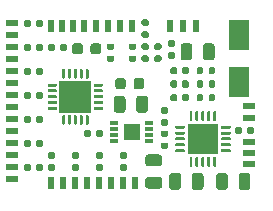
<source format=gts>
G04 #@! TF.GenerationSoftware,KiCad,Pcbnew,(5.1.9)-1*
G04 #@! TF.CreationDate,2022-12-30T13:41:52+01:00*
G04 #@! TF.ProjectId,FallerCarSystem_v2,46616c6c-6572-4436-9172-53797374656d,rev?*
G04 #@! TF.SameCoordinates,Original*
G04 #@! TF.FileFunction,Soldermask,Top*
G04 #@! TF.FilePolarity,Negative*
%FSLAX46Y46*%
G04 Gerber Fmt 4.6, Leading zero omitted, Abs format (unit mm)*
G04 Created by KiCad (PCBNEW (5.1.9)-1) date 2022-12-30 13:41:52*
%MOMM*%
%LPD*%
G01*
G04 APERTURE LIST*
%ADD10R,2.500000X2.500000*%
%ADD11R,1.360000X1.460000*%
%ADD12R,0.750000X0.300000*%
%ADD13R,0.500000X1.000000*%
%ADD14R,1.000000X0.500000*%
%ADD15R,1.800000X2.500000*%
%ADD16R,2.700000X2.700000*%
G04 APERTURE END LIST*
D10*
X157470000Y-65542000D03*
G36*
G01*
X158595000Y-67129500D02*
X158595000Y-67829500D01*
G75*
G02*
X158532500Y-67892000I-62500J0D01*
G01*
X158407500Y-67892000D01*
G75*
G02*
X158345000Y-67829500I0J62500D01*
G01*
X158345000Y-67129500D01*
G75*
G02*
X158407500Y-67067000I62500J0D01*
G01*
X158532500Y-67067000D01*
G75*
G02*
X158595000Y-67129500I0J-62500D01*
G01*
G37*
G36*
G01*
X158095000Y-67129500D02*
X158095000Y-67829500D01*
G75*
G02*
X158032500Y-67892000I-62500J0D01*
G01*
X157907500Y-67892000D01*
G75*
G02*
X157845000Y-67829500I0J62500D01*
G01*
X157845000Y-67129500D01*
G75*
G02*
X157907500Y-67067000I62500J0D01*
G01*
X158032500Y-67067000D01*
G75*
G02*
X158095000Y-67129500I0J-62500D01*
G01*
G37*
G36*
G01*
X157595000Y-67129500D02*
X157595000Y-67829500D01*
G75*
G02*
X157532500Y-67892000I-62500J0D01*
G01*
X157407500Y-67892000D01*
G75*
G02*
X157345000Y-67829500I0J62500D01*
G01*
X157345000Y-67129500D01*
G75*
G02*
X157407500Y-67067000I62500J0D01*
G01*
X157532500Y-67067000D01*
G75*
G02*
X157595000Y-67129500I0J-62500D01*
G01*
G37*
G36*
G01*
X157095000Y-67129500D02*
X157095000Y-67829500D01*
G75*
G02*
X157032500Y-67892000I-62500J0D01*
G01*
X156907500Y-67892000D01*
G75*
G02*
X156845000Y-67829500I0J62500D01*
G01*
X156845000Y-67129500D01*
G75*
G02*
X156907500Y-67067000I62500J0D01*
G01*
X157032500Y-67067000D01*
G75*
G02*
X157095000Y-67129500I0J-62500D01*
G01*
G37*
G36*
G01*
X156595000Y-67129500D02*
X156595000Y-67829500D01*
G75*
G02*
X156532500Y-67892000I-62500J0D01*
G01*
X156407500Y-67892000D01*
G75*
G02*
X156345000Y-67829500I0J62500D01*
G01*
X156345000Y-67129500D01*
G75*
G02*
X156407500Y-67067000I62500J0D01*
G01*
X156532500Y-67067000D01*
G75*
G02*
X156595000Y-67129500I0J-62500D01*
G01*
G37*
G36*
G01*
X155945000Y-66479500D02*
X155945000Y-66604500D01*
G75*
G02*
X155882500Y-66667000I-62500J0D01*
G01*
X155182500Y-66667000D01*
G75*
G02*
X155120000Y-66604500I0J62500D01*
G01*
X155120000Y-66479500D01*
G75*
G02*
X155182500Y-66417000I62500J0D01*
G01*
X155882500Y-66417000D01*
G75*
G02*
X155945000Y-66479500I0J-62500D01*
G01*
G37*
G36*
G01*
X155945000Y-65979500D02*
X155945000Y-66104500D01*
G75*
G02*
X155882500Y-66167000I-62500J0D01*
G01*
X155182500Y-66167000D01*
G75*
G02*
X155120000Y-66104500I0J62500D01*
G01*
X155120000Y-65979500D01*
G75*
G02*
X155182500Y-65917000I62500J0D01*
G01*
X155882500Y-65917000D01*
G75*
G02*
X155945000Y-65979500I0J-62500D01*
G01*
G37*
G36*
G01*
X155945000Y-65479500D02*
X155945000Y-65604500D01*
G75*
G02*
X155882500Y-65667000I-62500J0D01*
G01*
X155182500Y-65667000D01*
G75*
G02*
X155120000Y-65604500I0J62500D01*
G01*
X155120000Y-65479500D01*
G75*
G02*
X155182500Y-65417000I62500J0D01*
G01*
X155882500Y-65417000D01*
G75*
G02*
X155945000Y-65479500I0J-62500D01*
G01*
G37*
G36*
G01*
X155945000Y-64979500D02*
X155945000Y-65104500D01*
G75*
G02*
X155882500Y-65167000I-62500J0D01*
G01*
X155182500Y-65167000D01*
G75*
G02*
X155120000Y-65104500I0J62500D01*
G01*
X155120000Y-64979500D01*
G75*
G02*
X155182500Y-64917000I62500J0D01*
G01*
X155882500Y-64917000D01*
G75*
G02*
X155945000Y-64979500I0J-62500D01*
G01*
G37*
G36*
G01*
X155945000Y-64479500D02*
X155945000Y-64604500D01*
G75*
G02*
X155882500Y-64667000I-62500J0D01*
G01*
X155182500Y-64667000D01*
G75*
G02*
X155120000Y-64604500I0J62500D01*
G01*
X155120000Y-64479500D01*
G75*
G02*
X155182500Y-64417000I62500J0D01*
G01*
X155882500Y-64417000D01*
G75*
G02*
X155945000Y-64479500I0J-62500D01*
G01*
G37*
G36*
G01*
X156595000Y-63254500D02*
X156595000Y-63954500D01*
G75*
G02*
X156532500Y-64017000I-62500J0D01*
G01*
X156407500Y-64017000D01*
G75*
G02*
X156345000Y-63954500I0J62500D01*
G01*
X156345000Y-63254500D01*
G75*
G02*
X156407500Y-63192000I62500J0D01*
G01*
X156532500Y-63192000D01*
G75*
G02*
X156595000Y-63254500I0J-62500D01*
G01*
G37*
G36*
G01*
X157095000Y-63254500D02*
X157095000Y-63954500D01*
G75*
G02*
X157032500Y-64017000I-62500J0D01*
G01*
X156907500Y-64017000D01*
G75*
G02*
X156845000Y-63954500I0J62500D01*
G01*
X156845000Y-63254500D01*
G75*
G02*
X156907500Y-63192000I62500J0D01*
G01*
X157032500Y-63192000D01*
G75*
G02*
X157095000Y-63254500I0J-62500D01*
G01*
G37*
G36*
G01*
X157595000Y-63254500D02*
X157595000Y-63954500D01*
G75*
G02*
X157532500Y-64017000I-62500J0D01*
G01*
X157407500Y-64017000D01*
G75*
G02*
X157345000Y-63954500I0J62500D01*
G01*
X157345000Y-63254500D01*
G75*
G02*
X157407500Y-63192000I62500J0D01*
G01*
X157532500Y-63192000D01*
G75*
G02*
X157595000Y-63254500I0J-62500D01*
G01*
G37*
G36*
G01*
X158095000Y-63254500D02*
X158095000Y-63954500D01*
G75*
G02*
X158032500Y-64017000I-62500J0D01*
G01*
X157907500Y-64017000D01*
G75*
G02*
X157845000Y-63954500I0J62500D01*
G01*
X157845000Y-63254500D01*
G75*
G02*
X157907500Y-63192000I62500J0D01*
G01*
X158032500Y-63192000D01*
G75*
G02*
X158095000Y-63254500I0J-62500D01*
G01*
G37*
G36*
G01*
X158595000Y-63254500D02*
X158595000Y-63954500D01*
G75*
G02*
X158532500Y-64017000I-62500J0D01*
G01*
X158407500Y-64017000D01*
G75*
G02*
X158345000Y-63954500I0J62500D01*
G01*
X158345000Y-63254500D01*
G75*
G02*
X158407500Y-63192000I62500J0D01*
G01*
X158532500Y-63192000D01*
G75*
G02*
X158595000Y-63254500I0J-62500D01*
G01*
G37*
G36*
G01*
X159820000Y-64479500D02*
X159820000Y-64604500D01*
G75*
G02*
X159757500Y-64667000I-62500J0D01*
G01*
X159057500Y-64667000D01*
G75*
G02*
X158995000Y-64604500I0J62500D01*
G01*
X158995000Y-64479500D01*
G75*
G02*
X159057500Y-64417000I62500J0D01*
G01*
X159757500Y-64417000D01*
G75*
G02*
X159820000Y-64479500I0J-62500D01*
G01*
G37*
G36*
G01*
X159820000Y-64979500D02*
X159820000Y-65104500D01*
G75*
G02*
X159757500Y-65167000I-62500J0D01*
G01*
X159057500Y-65167000D01*
G75*
G02*
X158995000Y-65104500I0J62500D01*
G01*
X158995000Y-64979500D01*
G75*
G02*
X159057500Y-64917000I62500J0D01*
G01*
X159757500Y-64917000D01*
G75*
G02*
X159820000Y-64979500I0J-62500D01*
G01*
G37*
G36*
G01*
X159820000Y-65479500D02*
X159820000Y-65604500D01*
G75*
G02*
X159757500Y-65667000I-62500J0D01*
G01*
X159057500Y-65667000D01*
G75*
G02*
X158995000Y-65604500I0J62500D01*
G01*
X158995000Y-65479500D01*
G75*
G02*
X159057500Y-65417000I62500J0D01*
G01*
X159757500Y-65417000D01*
G75*
G02*
X159820000Y-65479500I0J-62500D01*
G01*
G37*
G36*
G01*
X159820000Y-65979500D02*
X159820000Y-66104500D01*
G75*
G02*
X159757500Y-66167000I-62500J0D01*
G01*
X159057500Y-66167000D01*
G75*
G02*
X158995000Y-66104500I0J62500D01*
G01*
X158995000Y-65979500D01*
G75*
G02*
X159057500Y-65917000I62500J0D01*
G01*
X159757500Y-65917000D01*
G75*
G02*
X159820000Y-65979500I0J-62500D01*
G01*
G37*
G36*
G01*
X159820000Y-66479500D02*
X159820000Y-66604500D01*
G75*
G02*
X159757500Y-66667000I-62500J0D01*
G01*
X159057500Y-66667000D01*
G75*
G02*
X158995000Y-66604500I0J62500D01*
G01*
X158995000Y-66479500D01*
G75*
G02*
X159057500Y-66417000I62500J0D01*
G01*
X159757500Y-66417000D01*
G75*
G02*
X159820000Y-66479500I0J-62500D01*
G01*
G37*
D11*
X151434800Y-64922400D03*
D12*
X152934800Y-64172400D03*
X152934800Y-64672400D03*
X152934800Y-65172400D03*
X152934800Y-65672400D03*
X149934800Y-65672400D03*
X149934800Y-65172400D03*
X149934800Y-64672400D03*
X149934800Y-64172400D03*
D13*
X151511000Y-55943500D03*
X149479000Y-55943500D03*
X150495000Y-55943500D03*
X144589500Y-55943500D03*
X145542000Y-55943500D03*
X146494500Y-55943500D03*
X147447000Y-55943500D03*
X148399500Y-55943500D03*
X155803600Y-55943500D03*
X156895800Y-55943500D03*
D14*
X161417000Y-67665600D03*
D13*
X154711400Y-55943500D03*
X151765000Y-69240400D03*
X150749000Y-69240400D03*
D14*
X161417000Y-63754000D03*
X161417000Y-62738000D03*
X161417000Y-66751200D03*
X161417000Y-65836800D03*
X141351000Y-59817000D03*
X141351000Y-60833000D03*
X141351000Y-61849000D03*
X141351000Y-62865000D03*
X141351000Y-63881000D03*
X141351000Y-64897000D03*
X141351000Y-65913000D03*
X141351000Y-66929000D03*
X141351000Y-67945000D03*
X141351000Y-68961000D03*
D13*
X144653000Y-69240400D03*
X145669000Y-69240400D03*
D14*
X141351000Y-57785000D03*
X141351000Y-58801000D03*
X141351000Y-55753000D03*
X141351000Y-56769000D03*
D13*
X148717000Y-69240400D03*
X149733000Y-69240400D03*
X146685000Y-69240400D03*
X147701000Y-69240400D03*
G36*
G01*
X154413800Y-65368200D02*
X154043800Y-65368200D01*
G75*
G02*
X153908800Y-65233200I0J135000D01*
G01*
X153908800Y-64963200D01*
G75*
G02*
X154043800Y-64828200I135000J0D01*
G01*
X154413800Y-64828200D01*
G75*
G02*
X154548800Y-64963200I0J-135000D01*
G01*
X154548800Y-65233200D01*
G75*
G02*
X154413800Y-65368200I-135000J0D01*
G01*
G37*
G36*
G01*
X154413800Y-66388200D02*
X154043800Y-66388200D01*
G75*
G02*
X153908800Y-66253200I0J135000D01*
G01*
X153908800Y-65983200D01*
G75*
G02*
X154043800Y-65848200I135000J0D01*
G01*
X154413800Y-65848200D01*
G75*
G02*
X154548800Y-65983200I0J-135000D01*
G01*
X154548800Y-66253200D01*
G75*
G02*
X154413800Y-66388200I-135000J0D01*
G01*
G37*
G36*
G01*
X154043800Y-63892400D02*
X154413800Y-63892400D01*
G75*
G02*
X154548800Y-64027400I0J-135000D01*
G01*
X154548800Y-64297400D01*
G75*
G02*
X154413800Y-64432400I-135000J0D01*
G01*
X154043800Y-64432400D01*
G75*
G02*
X153908800Y-64297400I0J135000D01*
G01*
X153908800Y-64027400D01*
G75*
G02*
X154043800Y-63892400I135000J0D01*
G01*
G37*
G36*
G01*
X154043800Y-62872400D02*
X154413800Y-62872400D01*
G75*
G02*
X154548800Y-63007400I0J-135000D01*
G01*
X154548800Y-63277400D01*
G75*
G02*
X154413800Y-63412400I-135000J0D01*
G01*
X154043800Y-63412400D01*
G75*
G02*
X153908800Y-63277400I0J135000D01*
G01*
X153908800Y-63007400D01*
G75*
G02*
X154043800Y-62872400I135000J0D01*
G01*
G37*
G36*
G01*
X150934000Y-62136000D02*
X150934000Y-63086000D01*
G75*
G02*
X150684000Y-63336000I-250000J0D01*
G01*
X150184000Y-63336000D01*
G75*
G02*
X149934000Y-63086000I0J250000D01*
G01*
X149934000Y-62136000D01*
G75*
G02*
X150184000Y-61886000I250000J0D01*
G01*
X150684000Y-61886000D01*
G75*
G02*
X150934000Y-62136000I0J-250000D01*
G01*
G37*
G36*
G01*
X152834000Y-62136000D02*
X152834000Y-63086000D01*
G75*
G02*
X152584000Y-63336000I-250000J0D01*
G01*
X152084000Y-63336000D01*
G75*
G02*
X151834000Y-63086000I0J250000D01*
G01*
X151834000Y-62136000D01*
G75*
G02*
X152084000Y-61886000I250000J0D01*
G01*
X152584000Y-61886000D01*
G75*
G02*
X152834000Y-62136000I0J-250000D01*
G01*
G37*
G36*
G01*
X155633000Y-68663800D02*
X155633000Y-69613800D01*
G75*
G02*
X155383000Y-69863800I-250000J0D01*
G01*
X154883000Y-69863800D01*
G75*
G02*
X154633000Y-69613800I0J250000D01*
G01*
X154633000Y-68663800D01*
G75*
G02*
X154883000Y-68413800I250000J0D01*
G01*
X155383000Y-68413800D01*
G75*
G02*
X155633000Y-68663800I0J-250000D01*
G01*
G37*
G36*
G01*
X157533000Y-68663800D02*
X157533000Y-69613800D01*
G75*
G02*
X157283000Y-69863800I-250000J0D01*
G01*
X156783000Y-69863800D01*
G75*
G02*
X156533000Y-69613800I0J250000D01*
G01*
X156533000Y-68663800D01*
G75*
G02*
X156783000Y-68413800I250000J0D01*
G01*
X157283000Y-68413800D01*
G75*
G02*
X157533000Y-68663800I0J-250000D01*
G01*
G37*
G36*
G01*
X157485500Y-58641000D02*
X157485500Y-57691000D01*
G75*
G02*
X157735500Y-57441000I250000J0D01*
G01*
X158235500Y-57441000D01*
G75*
G02*
X158485500Y-57691000I0J-250000D01*
G01*
X158485500Y-58641000D01*
G75*
G02*
X158235500Y-58891000I-250000J0D01*
G01*
X157735500Y-58891000D01*
G75*
G02*
X157485500Y-58641000I0J250000D01*
G01*
G37*
G36*
G01*
X155585500Y-58641000D02*
X155585500Y-57691000D01*
G75*
G02*
X155835500Y-57441000I250000J0D01*
G01*
X156335500Y-57441000D01*
G75*
G02*
X156585500Y-57691000I0J-250000D01*
G01*
X156585500Y-58641000D01*
G75*
G02*
X156335500Y-58891000I-250000J0D01*
G01*
X155835500Y-58891000D01*
G75*
G02*
X155585500Y-58641000I0J250000D01*
G01*
G37*
G36*
G01*
X153789400Y-67850600D02*
X152839400Y-67850600D01*
G75*
G02*
X152589400Y-67600600I0J250000D01*
G01*
X152589400Y-67100600D01*
G75*
G02*
X152839400Y-66850600I250000J0D01*
G01*
X153789400Y-66850600D01*
G75*
G02*
X154039400Y-67100600I0J-250000D01*
G01*
X154039400Y-67600600D01*
G75*
G02*
X153789400Y-67850600I-250000J0D01*
G01*
G37*
G36*
G01*
X153789400Y-69750600D02*
X152839400Y-69750600D01*
G75*
G02*
X152589400Y-69500600I0J250000D01*
G01*
X152589400Y-69000600D01*
G75*
G02*
X152839400Y-68750600I250000J0D01*
G01*
X153789400Y-68750600D01*
G75*
G02*
X154039400Y-69000600I0J-250000D01*
G01*
X154039400Y-69500600D01*
G75*
G02*
X153789400Y-69750600I-250000J0D01*
G01*
G37*
D15*
X160528000Y-56706000D03*
X160528000Y-60706000D03*
G36*
G01*
X155321500Y-59581000D02*
X155321500Y-59926000D01*
G75*
G02*
X155174000Y-60073500I-147500J0D01*
G01*
X154879000Y-60073500D01*
G75*
G02*
X154731500Y-59926000I0J147500D01*
G01*
X154731500Y-59581000D01*
G75*
G02*
X154879000Y-59433500I147500J0D01*
G01*
X155174000Y-59433500D01*
G75*
G02*
X155321500Y-59581000I0J-147500D01*
G01*
G37*
G36*
G01*
X156291500Y-59581000D02*
X156291500Y-59926000D01*
G75*
G02*
X156144000Y-60073500I-147500J0D01*
G01*
X155849000Y-60073500D01*
G75*
G02*
X155701500Y-59926000I0J147500D01*
G01*
X155701500Y-59581000D01*
G75*
G02*
X155849000Y-59433500I147500J0D01*
G01*
X156144000Y-59433500D01*
G75*
G02*
X156291500Y-59581000I0J-147500D01*
G01*
G37*
G36*
G01*
X155321500Y-61867000D02*
X155321500Y-62212000D01*
G75*
G02*
X155174000Y-62359500I-147500J0D01*
G01*
X154879000Y-62359500D01*
G75*
G02*
X154731500Y-62212000I0J147500D01*
G01*
X154731500Y-61867000D01*
G75*
G02*
X154879000Y-61719500I147500J0D01*
G01*
X155174000Y-61719500D01*
G75*
G02*
X155321500Y-61867000I0J-147500D01*
G01*
G37*
G36*
G01*
X156291500Y-61867000D02*
X156291500Y-62212000D01*
G75*
G02*
X156144000Y-62359500I-147500J0D01*
G01*
X155849000Y-62359500D01*
G75*
G02*
X155701500Y-62212000I0J147500D01*
G01*
X155701500Y-61867000D01*
G75*
G02*
X155849000Y-61719500I147500J0D01*
G01*
X156144000Y-61719500D01*
G75*
G02*
X156291500Y-61867000I0J-147500D01*
G01*
G37*
G36*
G01*
X155321500Y-60724000D02*
X155321500Y-61069000D01*
G75*
G02*
X155174000Y-61216500I-147500J0D01*
G01*
X154879000Y-61216500D01*
G75*
G02*
X154731500Y-61069000I0J147500D01*
G01*
X154731500Y-60724000D01*
G75*
G02*
X154879000Y-60576500I147500J0D01*
G01*
X155174000Y-60576500D01*
G75*
G02*
X155321500Y-60724000I0J-147500D01*
G01*
G37*
G36*
G01*
X156291500Y-60724000D02*
X156291500Y-61069000D01*
G75*
G02*
X156144000Y-61216500I-147500J0D01*
G01*
X155849000Y-61216500D01*
G75*
G02*
X155701500Y-61069000I0J147500D01*
G01*
X155701500Y-60724000D01*
G75*
G02*
X155849000Y-60576500I147500J0D01*
G01*
X156144000Y-60576500D01*
G75*
G02*
X156291500Y-60724000I0J-147500D01*
G01*
G37*
G36*
G01*
X152405500Y-58469500D02*
X152775500Y-58469500D01*
G75*
G02*
X152910500Y-58604500I0J-135000D01*
G01*
X152910500Y-58874500D01*
G75*
G02*
X152775500Y-59009500I-135000J0D01*
G01*
X152405500Y-59009500D01*
G75*
G02*
X152270500Y-58874500I0J135000D01*
G01*
X152270500Y-58604500D01*
G75*
G02*
X152405500Y-58469500I135000J0D01*
G01*
G37*
G36*
G01*
X152405500Y-57449500D02*
X152775500Y-57449500D01*
G75*
G02*
X152910500Y-57584500I0J-135000D01*
G01*
X152910500Y-57854500D01*
G75*
G02*
X152775500Y-57989500I-135000J0D01*
G01*
X152405500Y-57989500D01*
G75*
G02*
X152270500Y-57854500I0J135000D01*
G01*
X152270500Y-57584500D01*
G75*
G02*
X152405500Y-57449500I135000J0D01*
G01*
G37*
G36*
G01*
X152405500Y-56437500D02*
X152775500Y-56437500D01*
G75*
G02*
X152910500Y-56572500I0J-135000D01*
G01*
X152910500Y-56842500D01*
G75*
G02*
X152775500Y-56977500I-135000J0D01*
G01*
X152405500Y-56977500D01*
G75*
G02*
X152270500Y-56842500I0J135000D01*
G01*
X152270500Y-56572500D01*
G75*
G02*
X152405500Y-56437500I135000J0D01*
G01*
G37*
G36*
G01*
X152405500Y-55417500D02*
X152775500Y-55417500D01*
G75*
G02*
X152910500Y-55552500I0J-135000D01*
G01*
X152910500Y-55822500D01*
G75*
G02*
X152775500Y-55957500I-135000J0D01*
G01*
X152405500Y-55957500D01*
G75*
G02*
X152270500Y-55822500I0J135000D01*
G01*
X152270500Y-55552500D01*
G75*
G02*
X152405500Y-55417500I135000J0D01*
G01*
G37*
G36*
G01*
X145401000Y-57970000D02*
X145401000Y-57600000D01*
G75*
G02*
X145536000Y-57465000I135000J0D01*
G01*
X145806000Y-57465000D01*
G75*
G02*
X145941000Y-57600000I0J-135000D01*
G01*
X145941000Y-57970000D01*
G75*
G02*
X145806000Y-58105000I-135000J0D01*
G01*
X145536000Y-58105000D01*
G75*
G02*
X145401000Y-57970000I0J135000D01*
G01*
G37*
G36*
G01*
X144381000Y-57970000D02*
X144381000Y-57600000D01*
G75*
G02*
X144516000Y-57465000I135000J0D01*
G01*
X144786000Y-57465000D01*
G75*
G02*
X144921000Y-57600000I0J-135000D01*
G01*
X144921000Y-57970000D01*
G75*
G02*
X144786000Y-58105000I-135000J0D01*
G01*
X144516000Y-58105000D01*
G75*
G02*
X144381000Y-57970000I0J135000D01*
G01*
G37*
G36*
G01*
X151326000Y-58482200D02*
X151696000Y-58482200D01*
G75*
G02*
X151831000Y-58617200I0J-135000D01*
G01*
X151831000Y-58887200D01*
G75*
G02*
X151696000Y-59022200I-135000J0D01*
G01*
X151326000Y-59022200D01*
G75*
G02*
X151191000Y-58887200I0J135000D01*
G01*
X151191000Y-58617200D01*
G75*
G02*
X151326000Y-58482200I135000J0D01*
G01*
G37*
G36*
G01*
X151326000Y-57462200D02*
X151696000Y-57462200D01*
G75*
G02*
X151831000Y-57597200I0J-135000D01*
G01*
X151831000Y-57867200D01*
G75*
G02*
X151696000Y-58002200I-135000J0D01*
G01*
X151326000Y-58002200D01*
G75*
G02*
X151191000Y-57867200I0J135000D01*
G01*
X151191000Y-57597200D01*
G75*
G02*
X151326000Y-57462200I135000J0D01*
G01*
G37*
G36*
G01*
X149471800Y-58482200D02*
X149841800Y-58482200D01*
G75*
G02*
X149976800Y-58617200I0J-135000D01*
G01*
X149976800Y-58887200D01*
G75*
G02*
X149841800Y-59022200I-135000J0D01*
G01*
X149471800Y-59022200D01*
G75*
G02*
X149336800Y-58887200I0J135000D01*
G01*
X149336800Y-58617200D01*
G75*
G02*
X149471800Y-58482200I135000J0D01*
G01*
G37*
G36*
G01*
X149471800Y-57462200D02*
X149841800Y-57462200D01*
G75*
G02*
X149976800Y-57597200I0J-135000D01*
G01*
X149976800Y-57867200D01*
G75*
G02*
X149841800Y-58002200I-135000J0D01*
G01*
X149471800Y-58002200D01*
G75*
G02*
X149336800Y-57867200I0J135000D01*
G01*
X149336800Y-57597200D01*
G75*
G02*
X149471800Y-57462200I135000J0D01*
G01*
G37*
G36*
G01*
X160770600Y-64648500D02*
X160770600Y-65018500D01*
G75*
G02*
X160635600Y-65153500I-135000J0D01*
G01*
X160365600Y-65153500D01*
G75*
G02*
X160230600Y-65018500I0J135000D01*
G01*
X160230600Y-64648500D01*
G75*
G02*
X160365600Y-64513500I135000J0D01*
G01*
X160635600Y-64513500D01*
G75*
G02*
X160770600Y-64648500I0J-135000D01*
G01*
G37*
G36*
G01*
X161790600Y-64648500D02*
X161790600Y-65018500D01*
G75*
G02*
X161655600Y-65153500I-135000J0D01*
G01*
X161385600Y-65153500D01*
G75*
G02*
X161250600Y-65018500I0J135000D01*
G01*
X161250600Y-64648500D01*
G75*
G02*
X161385600Y-64513500I135000J0D01*
G01*
X161655600Y-64513500D01*
G75*
G02*
X161790600Y-64648500I0J-135000D01*
G01*
G37*
G36*
G01*
X148449000Y-65272500D02*
X148449000Y-64902500D01*
G75*
G02*
X148584000Y-64767500I135000J0D01*
G01*
X148854000Y-64767500D01*
G75*
G02*
X148989000Y-64902500I0J-135000D01*
G01*
X148989000Y-65272500D01*
G75*
G02*
X148854000Y-65407500I-135000J0D01*
G01*
X148584000Y-65407500D01*
G75*
G02*
X148449000Y-65272500I0J135000D01*
G01*
G37*
G36*
G01*
X147429000Y-65272500D02*
X147429000Y-64902500D01*
G75*
G02*
X147564000Y-64767500I135000J0D01*
G01*
X147834000Y-64767500D01*
G75*
G02*
X147969000Y-64902500I0J-135000D01*
G01*
X147969000Y-65272500D01*
G75*
G02*
X147834000Y-65407500I-135000J0D01*
G01*
X147564000Y-65407500D01*
G75*
G02*
X147429000Y-65272500I0J135000D01*
G01*
G37*
G36*
G01*
X153485000Y-57449500D02*
X153855000Y-57449500D01*
G75*
G02*
X153990000Y-57584500I0J-135000D01*
G01*
X153990000Y-57854500D01*
G75*
G02*
X153855000Y-57989500I-135000J0D01*
G01*
X153485000Y-57989500D01*
G75*
G02*
X153350000Y-57854500I0J135000D01*
G01*
X153350000Y-57584500D01*
G75*
G02*
X153485000Y-57449500I135000J0D01*
G01*
G37*
G36*
G01*
X153485000Y-58469500D02*
X153855000Y-58469500D01*
G75*
G02*
X153990000Y-58604500I0J-135000D01*
G01*
X153990000Y-58874500D01*
G75*
G02*
X153855000Y-59009500I-135000J0D01*
G01*
X153485000Y-59009500D01*
G75*
G02*
X153350000Y-58874500I0J135000D01*
G01*
X153350000Y-58604500D01*
G75*
G02*
X153485000Y-58469500I135000J0D01*
G01*
G37*
G36*
G01*
X155023400Y-57722800D02*
X154653400Y-57722800D01*
G75*
G02*
X154518400Y-57587800I0J135000D01*
G01*
X154518400Y-57317800D01*
G75*
G02*
X154653400Y-57182800I135000J0D01*
G01*
X155023400Y-57182800D01*
G75*
G02*
X155158400Y-57317800I0J-135000D01*
G01*
X155158400Y-57587800D01*
G75*
G02*
X155023400Y-57722800I-135000J0D01*
G01*
G37*
G36*
G01*
X155023400Y-58742800D02*
X154653400Y-58742800D01*
G75*
G02*
X154518400Y-58607800I0J135000D01*
G01*
X154518400Y-58337800D01*
G75*
G02*
X154653400Y-58202800I135000J0D01*
G01*
X155023400Y-58202800D01*
G75*
G02*
X155158400Y-58337800I0J-135000D01*
G01*
X155158400Y-58607800D01*
G75*
G02*
X155023400Y-58742800I-135000J0D01*
G01*
G37*
G36*
G01*
X157494000Y-59568500D02*
X157494000Y-59938500D01*
G75*
G02*
X157359000Y-60073500I-135000J0D01*
G01*
X157089000Y-60073500D01*
G75*
G02*
X156954000Y-59938500I0J135000D01*
G01*
X156954000Y-59568500D01*
G75*
G02*
X157089000Y-59433500I135000J0D01*
G01*
X157359000Y-59433500D01*
G75*
G02*
X157494000Y-59568500I0J-135000D01*
G01*
G37*
G36*
G01*
X158514000Y-59568500D02*
X158514000Y-59938500D01*
G75*
G02*
X158379000Y-60073500I-135000J0D01*
G01*
X158109000Y-60073500D01*
G75*
G02*
X157974000Y-59938500I0J135000D01*
G01*
X157974000Y-59568500D01*
G75*
G02*
X158109000Y-59433500I135000J0D01*
G01*
X158379000Y-59433500D01*
G75*
G02*
X158514000Y-59568500I0J-135000D01*
G01*
G37*
G36*
G01*
X157494000Y-61854500D02*
X157494000Y-62224500D01*
G75*
G02*
X157359000Y-62359500I-135000J0D01*
G01*
X157089000Y-62359500D01*
G75*
G02*
X156954000Y-62224500I0J135000D01*
G01*
X156954000Y-61854500D01*
G75*
G02*
X157089000Y-61719500I135000J0D01*
G01*
X157359000Y-61719500D01*
G75*
G02*
X157494000Y-61854500I0J-135000D01*
G01*
G37*
G36*
G01*
X158514000Y-61854500D02*
X158514000Y-62224500D01*
G75*
G02*
X158379000Y-62359500I-135000J0D01*
G01*
X158109000Y-62359500D01*
G75*
G02*
X157974000Y-62224500I0J135000D01*
G01*
X157974000Y-61854500D01*
G75*
G02*
X158109000Y-61719500I135000J0D01*
G01*
X158379000Y-61719500D01*
G75*
G02*
X158514000Y-61854500I0J-135000D01*
G01*
G37*
G36*
G01*
X157494000Y-60711500D02*
X157494000Y-61081500D01*
G75*
G02*
X157359000Y-61216500I-135000J0D01*
G01*
X157089000Y-61216500D01*
G75*
G02*
X156954000Y-61081500I0J135000D01*
G01*
X156954000Y-60711500D01*
G75*
G02*
X157089000Y-60576500I135000J0D01*
G01*
X157359000Y-60576500D01*
G75*
G02*
X157494000Y-60711500I0J-135000D01*
G01*
G37*
G36*
G01*
X158514000Y-60711500D02*
X158514000Y-61081500D01*
G75*
G02*
X158379000Y-61216500I-135000J0D01*
G01*
X158109000Y-61216500D01*
G75*
G02*
X157974000Y-61081500I0J135000D01*
G01*
X157974000Y-60711500D01*
G75*
G02*
X158109000Y-60576500I135000J0D01*
G01*
X158379000Y-60576500D01*
G75*
G02*
X158514000Y-60711500I0J-135000D01*
G01*
G37*
G36*
G01*
X150564000Y-67702400D02*
X150934000Y-67702400D01*
G75*
G02*
X151069000Y-67837400I0J-135000D01*
G01*
X151069000Y-68107400D01*
G75*
G02*
X150934000Y-68242400I-135000J0D01*
G01*
X150564000Y-68242400D01*
G75*
G02*
X150429000Y-68107400I0J135000D01*
G01*
X150429000Y-67837400D01*
G75*
G02*
X150564000Y-67702400I135000J0D01*
G01*
G37*
G36*
G01*
X150564000Y-66682400D02*
X150934000Y-66682400D01*
G75*
G02*
X151069000Y-66817400I0J-135000D01*
G01*
X151069000Y-67087400D01*
G75*
G02*
X150934000Y-67222400I-135000J0D01*
G01*
X150564000Y-67222400D01*
G75*
G02*
X150429000Y-67087400I0J135000D01*
G01*
X150429000Y-66817400D01*
G75*
G02*
X150564000Y-66682400I135000J0D01*
G01*
G37*
G36*
G01*
X143369000Y-60002000D02*
X143369000Y-59632000D01*
G75*
G02*
X143504000Y-59497000I135000J0D01*
G01*
X143774000Y-59497000D01*
G75*
G02*
X143909000Y-59632000I0J-135000D01*
G01*
X143909000Y-60002000D01*
G75*
G02*
X143774000Y-60137000I-135000J0D01*
G01*
X143504000Y-60137000D01*
G75*
G02*
X143369000Y-60002000I0J135000D01*
G01*
G37*
G36*
G01*
X142349000Y-60002000D02*
X142349000Y-59632000D01*
G75*
G02*
X142484000Y-59497000I135000J0D01*
G01*
X142754000Y-59497000D01*
G75*
G02*
X142889000Y-59632000I0J-135000D01*
G01*
X142889000Y-60002000D01*
G75*
G02*
X142754000Y-60137000I-135000J0D01*
G01*
X142484000Y-60137000D01*
G75*
G02*
X142349000Y-60002000I0J135000D01*
G01*
G37*
G36*
G01*
X143369000Y-62034000D02*
X143369000Y-61664000D01*
G75*
G02*
X143504000Y-61529000I135000J0D01*
G01*
X143774000Y-61529000D01*
G75*
G02*
X143909000Y-61664000I0J-135000D01*
G01*
X143909000Y-62034000D01*
G75*
G02*
X143774000Y-62169000I-135000J0D01*
G01*
X143504000Y-62169000D01*
G75*
G02*
X143369000Y-62034000I0J135000D01*
G01*
G37*
G36*
G01*
X142349000Y-62034000D02*
X142349000Y-61664000D01*
G75*
G02*
X142484000Y-61529000I135000J0D01*
G01*
X142754000Y-61529000D01*
G75*
G02*
X142889000Y-61664000I0J-135000D01*
G01*
X142889000Y-62034000D01*
G75*
G02*
X142754000Y-62169000I-135000J0D01*
G01*
X142484000Y-62169000D01*
G75*
G02*
X142349000Y-62034000I0J135000D01*
G01*
G37*
G36*
G01*
X143369000Y-64066000D02*
X143369000Y-63696000D01*
G75*
G02*
X143504000Y-63561000I135000J0D01*
G01*
X143774000Y-63561000D01*
G75*
G02*
X143909000Y-63696000I0J-135000D01*
G01*
X143909000Y-64066000D01*
G75*
G02*
X143774000Y-64201000I-135000J0D01*
G01*
X143504000Y-64201000D01*
G75*
G02*
X143369000Y-64066000I0J135000D01*
G01*
G37*
G36*
G01*
X142349000Y-64066000D02*
X142349000Y-63696000D01*
G75*
G02*
X142484000Y-63561000I135000J0D01*
G01*
X142754000Y-63561000D01*
G75*
G02*
X142889000Y-63696000I0J-135000D01*
G01*
X142889000Y-64066000D01*
G75*
G02*
X142754000Y-64201000I-135000J0D01*
G01*
X142484000Y-64201000D01*
G75*
G02*
X142349000Y-64066000I0J135000D01*
G01*
G37*
G36*
G01*
X143369000Y-66098000D02*
X143369000Y-65728000D01*
G75*
G02*
X143504000Y-65593000I135000J0D01*
G01*
X143774000Y-65593000D01*
G75*
G02*
X143909000Y-65728000I0J-135000D01*
G01*
X143909000Y-66098000D01*
G75*
G02*
X143774000Y-66233000I-135000J0D01*
G01*
X143504000Y-66233000D01*
G75*
G02*
X143369000Y-66098000I0J135000D01*
G01*
G37*
G36*
G01*
X142349000Y-66098000D02*
X142349000Y-65728000D01*
G75*
G02*
X142484000Y-65593000I135000J0D01*
G01*
X142754000Y-65593000D01*
G75*
G02*
X142889000Y-65728000I0J-135000D01*
G01*
X142889000Y-66098000D01*
G75*
G02*
X142754000Y-66233000I-135000J0D01*
G01*
X142484000Y-66233000D01*
G75*
G02*
X142349000Y-66098000I0J135000D01*
G01*
G37*
G36*
G01*
X143369000Y-68130000D02*
X143369000Y-67760000D01*
G75*
G02*
X143504000Y-67625000I135000J0D01*
G01*
X143774000Y-67625000D01*
G75*
G02*
X143909000Y-67760000I0J-135000D01*
G01*
X143909000Y-68130000D01*
G75*
G02*
X143774000Y-68265000I-135000J0D01*
G01*
X143504000Y-68265000D01*
G75*
G02*
X143369000Y-68130000I0J135000D01*
G01*
G37*
G36*
G01*
X142349000Y-68130000D02*
X142349000Y-67760000D01*
G75*
G02*
X142484000Y-67625000I135000J0D01*
G01*
X142754000Y-67625000D01*
G75*
G02*
X142889000Y-67760000I0J-135000D01*
G01*
X142889000Y-68130000D01*
G75*
G02*
X142754000Y-68265000I-135000J0D01*
G01*
X142484000Y-68265000D01*
G75*
G02*
X142349000Y-68130000I0J135000D01*
G01*
G37*
G36*
G01*
X144838000Y-67197000D02*
X144468000Y-67197000D01*
G75*
G02*
X144333000Y-67062000I0J135000D01*
G01*
X144333000Y-66792000D01*
G75*
G02*
X144468000Y-66657000I135000J0D01*
G01*
X144838000Y-66657000D01*
G75*
G02*
X144973000Y-66792000I0J-135000D01*
G01*
X144973000Y-67062000D01*
G75*
G02*
X144838000Y-67197000I-135000J0D01*
G01*
G37*
G36*
G01*
X144838000Y-68217000D02*
X144468000Y-68217000D01*
G75*
G02*
X144333000Y-68082000I0J135000D01*
G01*
X144333000Y-67812000D01*
G75*
G02*
X144468000Y-67677000I135000J0D01*
G01*
X144838000Y-67677000D01*
G75*
G02*
X144973000Y-67812000I0J-135000D01*
G01*
X144973000Y-68082000D01*
G75*
G02*
X144838000Y-68217000I-135000J0D01*
G01*
G37*
G36*
G01*
X143369000Y-57970000D02*
X143369000Y-57600000D01*
G75*
G02*
X143504000Y-57465000I135000J0D01*
G01*
X143774000Y-57465000D01*
G75*
G02*
X143909000Y-57600000I0J-135000D01*
G01*
X143909000Y-57970000D01*
G75*
G02*
X143774000Y-58105000I-135000J0D01*
G01*
X143504000Y-58105000D01*
G75*
G02*
X143369000Y-57970000I0J135000D01*
G01*
G37*
G36*
G01*
X142349000Y-57970000D02*
X142349000Y-57600000D01*
G75*
G02*
X142484000Y-57465000I135000J0D01*
G01*
X142754000Y-57465000D01*
G75*
G02*
X142889000Y-57600000I0J-135000D01*
G01*
X142889000Y-57970000D01*
G75*
G02*
X142754000Y-58105000I-135000J0D01*
G01*
X142484000Y-58105000D01*
G75*
G02*
X142349000Y-57970000I0J135000D01*
G01*
G37*
G36*
G01*
X142349000Y-55938000D02*
X142349000Y-55568000D01*
G75*
G02*
X142484000Y-55433000I135000J0D01*
G01*
X142754000Y-55433000D01*
G75*
G02*
X142889000Y-55568000I0J-135000D01*
G01*
X142889000Y-55938000D01*
G75*
G02*
X142754000Y-56073000I-135000J0D01*
G01*
X142484000Y-56073000D01*
G75*
G02*
X142349000Y-55938000I0J135000D01*
G01*
G37*
G36*
G01*
X143369000Y-55938000D02*
X143369000Y-55568000D01*
G75*
G02*
X143504000Y-55433000I135000J0D01*
G01*
X143774000Y-55433000D01*
G75*
G02*
X143909000Y-55568000I0J-135000D01*
G01*
X143909000Y-55938000D01*
G75*
G02*
X143774000Y-56073000I-135000J0D01*
G01*
X143504000Y-56073000D01*
G75*
G02*
X143369000Y-55938000I0J135000D01*
G01*
G37*
G36*
G01*
X148902000Y-67222400D02*
X148532000Y-67222400D01*
G75*
G02*
X148397000Y-67087400I0J135000D01*
G01*
X148397000Y-66817400D01*
G75*
G02*
X148532000Y-66682400I135000J0D01*
G01*
X148902000Y-66682400D01*
G75*
G02*
X149037000Y-66817400I0J-135000D01*
G01*
X149037000Y-67087400D01*
G75*
G02*
X148902000Y-67222400I-135000J0D01*
G01*
G37*
G36*
G01*
X148902000Y-68242400D02*
X148532000Y-68242400D01*
G75*
G02*
X148397000Y-68107400I0J135000D01*
G01*
X148397000Y-67837400D01*
G75*
G02*
X148532000Y-67702400I135000J0D01*
G01*
X148902000Y-67702400D01*
G75*
G02*
X149037000Y-67837400I0J-135000D01*
G01*
X149037000Y-68107400D01*
G75*
G02*
X148902000Y-68242400I-135000J0D01*
G01*
G37*
G36*
G01*
X146870000Y-67222400D02*
X146500000Y-67222400D01*
G75*
G02*
X146365000Y-67087400I0J135000D01*
G01*
X146365000Y-66817400D01*
G75*
G02*
X146500000Y-66682400I135000J0D01*
G01*
X146870000Y-66682400D01*
G75*
G02*
X147005000Y-66817400I0J-135000D01*
G01*
X147005000Y-67087400D01*
G75*
G02*
X146870000Y-67222400I-135000J0D01*
G01*
G37*
G36*
G01*
X146870000Y-68242400D02*
X146500000Y-68242400D01*
G75*
G02*
X146365000Y-68107400I0J135000D01*
G01*
X146365000Y-67837400D01*
G75*
G02*
X146500000Y-67702400I135000J0D01*
G01*
X146870000Y-67702400D01*
G75*
G02*
X147005000Y-67837400I0J-135000D01*
G01*
X147005000Y-68107400D01*
G75*
G02*
X146870000Y-68242400I-135000J0D01*
G01*
G37*
G36*
G01*
X147962500Y-58162000D02*
X147962500Y-57662000D01*
G75*
G02*
X148187500Y-57437000I225000J0D01*
G01*
X148637500Y-57437000D01*
G75*
G02*
X148862500Y-57662000I0J-225000D01*
G01*
X148862500Y-58162000D01*
G75*
G02*
X148637500Y-58387000I-225000J0D01*
G01*
X148187500Y-58387000D01*
G75*
G02*
X147962500Y-58162000I0J225000D01*
G01*
G37*
G36*
G01*
X146412500Y-58162000D02*
X146412500Y-57662000D01*
G75*
G02*
X146637500Y-57437000I225000J0D01*
G01*
X147087500Y-57437000D01*
G75*
G02*
X147312500Y-57662000I0J-225000D01*
G01*
X147312500Y-58162000D01*
G75*
G02*
X147087500Y-58387000I-225000J0D01*
G01*
X146637500Y-58387000D01*
G75*
G02*
X146412500Y-58162000I0J225000D01*
G01*
G37*
G36*
G01*
X150957400Y-60608400D02*
X150957400Y-61108400D01*
G75*
G02*
X150732400Y-61333400I-225000J0D01*
G01*
X150282400Y-61333400D01*
G75*
G02*
X150057400Y-61108400I0J225000D01*
G01*
X150057400Y-60608400D01*
G75*
G02*
X150282400Y-60383400I225000J0D01*
G01*
X150732400Y-60383400D01*
G75*
G02*
X150957400Y-60608400I0J-225000D01*
G01*
G37*
G36*
G01*
X152507400Y-60608400D02*
X152507400Y-61108400D01*
G75*
G02*
X152282400Y-61333400I-225000J0D01*
G01*
X151832400Y-61333400D01*
G75*
G02*
X151607400Y-61108400I0J225000D01*
G01*
X151607400Y-60608400D01*
G75*
G02*
X151832400Y-60383400I225000J0D01*
G01*
X152282400Y-60383400D01*
G75*
G02*
X152507400Y-60608400I0J-225000D01*
G01*
G37*
G36*
G01*
X144335000Y-61038500D02*
X144335000Y-60913500D01*
G75*
G02*
X144397500Y-60851000I62500J0D01*
G01*
X145072500Y-60851000D01*
G75*
G02*
X145135000Y-60913500I0J-62500D01*
G01*
X145135000Y-61038500D01*
G75*
G02*
X145072500Y-61101000I-62500J0D01*
G01*
X144397500Y-61101000D01*
G75*
G02*
X144335000Y-61038500I0J62500D01*
G01*
G37*
G36*
G01*
X144335000Y-61538500D02*
X144335000Y-61413500D01*
G75*
G02*
X144397500Y-61351000I62500J0D01*
G01*
X145072500Y-61351000D01*
G75*
G02*
X145135000Y-61413500I0J-62500D01*
G01*
X145135000Y-61538500D01*
G75*
G02*
X145072500Y-61601000I-62500J0D01*
G01*
X144397500Y-61601000D01*
G75*
G02*
X144335000Y-61538500I0J62500D01*
G01*
G37*
G36*
G01*
X144335000Y-62038500D02*
X144335000Y-61913500D01*
G75*
G02*
X144397500Y-61851000I62500J0D01*
G01*
X145072500Y-61851000D01*
G75*
G02*
X145135000Y-61913500I0J-62500D01*
G01*
X145135000Y-62038500D01*
G75*
G02*
X145072500Y-62101000I-62500J0D01*
G01*
X144397500Y-62101000D01*
G75*
G02*
X144335000Y-62038500I0J62500D01*
G01*
G37*
G36*
G01*
X144335000Y-62538500D02*
X144335000Y-62413500D01*
G75*
G02*
X144397500Y-62351000I62500J0D01*
G01*
X145072500Y-62351000D01*
G75*
G02*
X145135000Y-62413500I0J-62500D01*
G01*
X145135000Y-62538500D01*
G75*
G02*
X145072500Y-62601000I-62500J0D01*
G01*
X144397500Y-62601000D01*
G75*
G02*
X144335000Y-62538500I0J62500D01*
G01*
G37*
G36*
G01*
X144335000Y-63038500D02*
X144335000Y-62913500D01*
G75*
G02*
X144397500Y-62851000I62500J0D01*
G01*
X145072500Y-62851000D01*
G75*
G02*
X145135000Y-62913500I0J-62500D01*
G01*
X145135000Y-63038500D01*
G75*
G02*
X145072500Y-63101000I-62500J0D01*
G01*
X144397500Y-63101000D01*
G75*
G02*
X144335000Y-63038500I0J62500D01*
G01*
G37*
G36*
G01*
X145560000Y-64263500D02*
X145560000Y-63588500D01*
G75*
G02*
X145622500Y-63526000I62500J0D01*
G01*
X145747500Y-63526000D01*
G75*
G02*
X145810000Y-63588500I0J-62500D01*
G01*
X145810000Y-64263500D01*
G75*
G02*
X145747500Y-64326000I-62500J0D01*
G01*
X145622500Y-64326000D01*
G75*
G02*
X145560000Y-64263500I0J62500D01*
G01*
G37*
G36*
G01*
X146060000Y-64263500D02*
X146060000Y-63588500D01*
G75*
G02*
X146122500Y-63526000I62500J0D01*
G01*
X146247500Y-63526000D01*
G75*
G02*
X146310000Y-63588500I0J-62500D01*
G01*
X146310000Y-64263500D01*
G75*
G02*
X146247500Y-64326000I-62500J0D01*
G01*
X146122500Y-64326000D01*
G75*
G02*
X146060000Y-64263500I0J62500D01*
G01*
G37*
G36*
G01*
X146560000Y-64263500D02*
X146560000Y-63588500D01*
G75*
G02*
X146622500Y-63526000I62500J0D01*
G01*
X146747500Y-63526000D01*
G75*
G02*
X146810000Y-63588500I0J-62500D01*
G01*
X146810000Y-64263500D01*
G75*
G02*
X146747500Y-64326000I-62500J0D01*
G01*
X146622500Y-64326000D01*
G75*
G02*
X146560000Y-64263500I0J62500D01*
G01*
G37*
G36*
G01*
X147060000Y-64263500D02*
X147060000Y-63588500D01*
G75*
G02*
X147122500Y-63526000I62500J0D01*
G01*
X147247500Y-63526000D01*
G75*
G02*
X147310000Y-63588500I0J-62500D01*
G01*
X147310000Y-64263500D01*
G75*
G02*
X147247500Y-64326000I-62500J0D01*
G01*
X147122500Y-64326000D01*
G75*
G02*
X147060000Y-64263500I0J62500D01*
G01*
G37*
G36*
G01*
X147560000Y-64263500D02*
X147560000Y-63588500D01*
G75*
G02*
X147622500Y-63526000I62500J0D01*
G01*
X147747500Y-63526000D01*
G75*
G02*
X147810000Y-63588500I0J-62500D01*
G01*
X147810000Y-64263500D01*
G75*
G02*
X147747500Y-64326000I-62500J0D01*
G01*
X147622500Y-64326000D01*
G75*
G02*
X147560000Y-64263500I0J62500D01*
G01*
G37*
G36*
G01*
X148235000Y-63038500D02*
X148235000Y-62913500D01*
G75*
G02*
X148297500Y-62851000I62500J0D01*
G01*
X148972500Y-62851000D01*
G75*
G02*
X149035000Y-62913500I0J-62500D01*
G01*
X149035000Y-63038500D01*
G75*
G02*
X148972500Y-63101000I-62500J0D01*
G01*
X148297500Y-63101000D01*
G75*
G02*
X148235000Y-63038500I0J62500D01*
G01*
G37*
G36*
G01*
X148235000Y-62538500D02*
X148235000Y-62413500D01*
G75*
G02*
X148297500Y-62351000I62500J0D01*
G01*
X148972500Y-62351000D01*
G75*
G02*
X149035000Y-62413500I0J-62500D01*
G01*
X149035000Y-62538500D01*
G75*
G02*
X148972500Y-62601000I-62500J0D01*
G01*
X148297500Y-62601000D01*
G75*
G02*
X148235000Y-62538500I0J62500D01*
G01*
G37*
G36*
G01*
X148235000Y-62038500D02*
X148235000Y-61913500D01*
G75*
G02*
X148297500Y-61851000I62500J0D01*
G01*
X148972500Y-61851000D01*
G75*
G02*
X149035000Y-61913500I0J-62500D01*
G01*
X149035000Y-62038500D01*
G75*
G02*
X148972500Y-62101000I-62500J0D01*
G01*
X148297500Y-62101000D01*
G75*
G02*
X148235000Y-62038500I0J62500D01*
G01*
G37*
G36*
G01*
X148235000Y-61538500D02*
X148235000Y-61413500D01*
G75*
G02*
X148297500Y-61351000I62500J0D01*
G01*
X148972500Y-61351000D01*
G75*
G02*
X149035000Y-61413500I0J-62500D01*
G01*
X149035000Y-61538500D01*
G75*
G02*
X148972500Y-61601000I-62500J0D01*
G01*
X148297500Y-61601000D01*
G75*
G02*
X148235000Y-61538500I0J62500D01*
G01*
G37*
G36*
G01*
X148235000Y-61038500D02*
X148235000Y-60913500D01*
G75*
G02*
X148297500Y-60851000I62500J0D01*
G01*
X148972500Y-60851000D01*
G75*
G02*
X149035000Y-60913500I0J-62500D01*
G01*
X149035000Y-61038500D01*
G75*
G02*
X148972500Y-61101000I-62500J0D01*
G01*
X148297500Y-61101000D01*
G75*
G02*
X148235000Y-61038500I0J62500D01*
G01*
G37*
G36*
G01*
X147560000Y-60363500D02*
X147560000Y-59688500D01*
G75*
G02*
X147622500Y-59626000I62500J0D01*
G01*
X147747500Y-59626000D01*
G75*
G02*
X147810000Y-59688500I0J-62500D01*
G01*
X147810000Y-60363500D01*
G75*
G02*
X147747500Y-60426000I-62500J0D01*
G01*
X147622500Y-60426000D01*
G75*
G02*
X147560000Y-60363500I0J62500D01*
G01*
G37*
G36*
G01*
X147060000Y-60363500D02*
X147060000Y-59688500D01*
G75*
G02*
X147122500Y-59626000I62500J0D01*
G01*
X147247500Y-59626000D01*
G75*
G02*
X147310000Y-59688500I0J-62500D01*
G01*
X147310000Y-60363500D01*
G75*
G02*
X147247500Y-60426000I-62500J0D01*
G01*
X147122500Y-60426000D01*
G75*
G02*
X147060000Y-60363500I0J62500D01*
G01*
G37*
G36*
G01*
X146560000Y-60363500D02*
X146560000Y-59688500D01*
G75*
G02*
X146622500Y-59626000I62500J0D01*
G01*
X146747500Y-59626000D01*
G75*
G02*
X146810000Y-59688500I0J-62500D01*
G01*
X146810000Y-60363500D01*
G75*
G02*
X146747500Y-60426000I-62500J0D01*
G01*
X146622500Y-60426000D01*
G75*
G02*
X146560000Y-60363500I0J62500D01*
G01*
G37*
G36*
G01*
X146060000Y-60363500D02*
X146060000Y-59688500D01*
G75*
G02*
X146122500Y-59626000I62500J0D01*
G01*
X146247500Y-59626000D01*
G75*
G02*
X146310000Y-59688500I0J-62500D01*
G01*
X146310000Y-60363500D01*
G75*
G02*
X146247500Y-60426000I-62500J0D01*
G01*
X146122500Y-60426000D01*
G75*
G02*
X146060000Y-60363500I0J62500D01*
G01*
G37*
G36*
G01*
X145560000Y-60363500D02*
X145560000Y-59688500D01*
G75*
G02*
X145622500Y-59626000I62500J0D01*
G01*
X145747500Y-59626000D01*
G75*
G02*
X145810000Y-59688500I0J-62500D01*
G01*
X145810000Y-60363500D01*
G75*
G02*
X145747500Y-60426000I-62500J0D01*
G01*
X145622500Y-60426000D01*
G75*
G02*
X145560000Y-60363500I0J62500D01*
G01*
G37*
D16*
X146685000Y-61976000D03*
G36*
G01*
X161495400Y-68663800D02*
X161495400Y-69613800D01*
G75*
G02*
X161245400Y-69863800I-250000J0D01*
G01*
X160745400Y-69863800D01*
G75*
G02*
X160495400Y-69613800I0J250000D01*
G01*
X160495400Y-68663800D01*
G75*
G02*
X160745400Y-68413800I250000J0D01*
G01*
X161245400Y-68413800D01*
G75*
G02*
X161495400Y-68663800I0J-250000D01*
G01*
G37*
G36*
G01*
X159595400Y-68663800D02*
X159595400Y-69613800D01*
G75*
G02*
X159345400Y-69863800I-250000J0D01*
G01*
X158845400Y-69863800D01*
G75*
G02*
X158595400Y-69613800I0J250000D01*
G01*
X158595400Y-68663800D01*
G75*
G02*
X158845400Y-68413800I250000J0D01*
G01*
X159345400Y-68413800D01*
G75*
G02*
X159595400Y-68663800I0J-250000D01*
G01*
G37*
M02*

</source>
